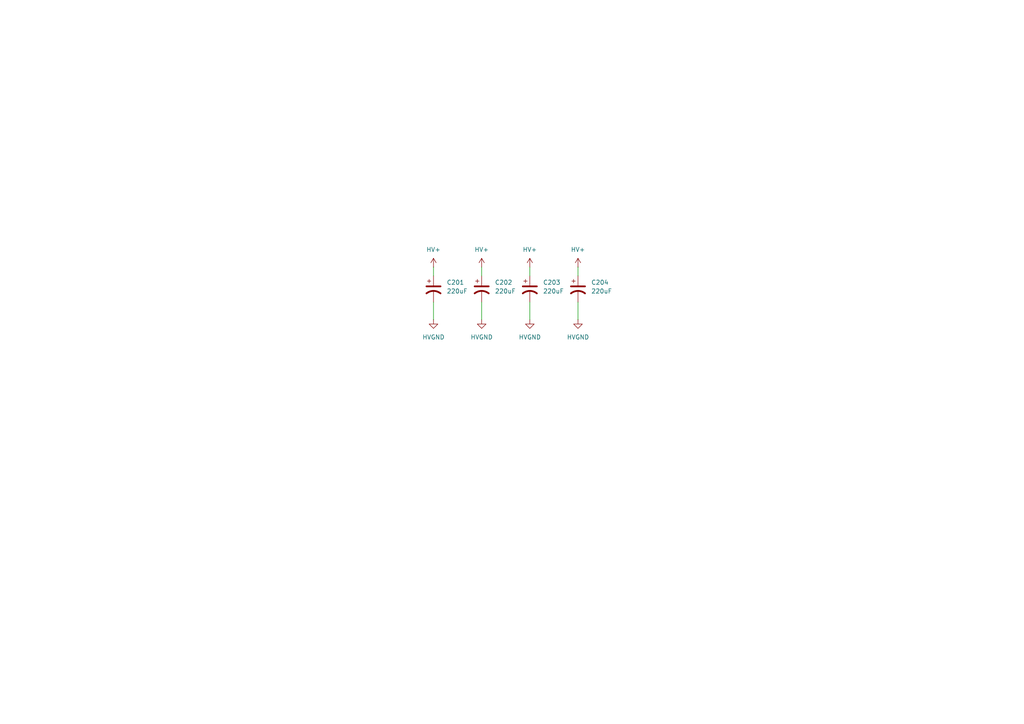
<source format=kicad_sch>
(kicad_sch (version 20250114) (generator "eeschema") (generator_version "9.0")
  (paper "A4")
  (lib_symbols
    (symbol "Device:C_Polarized_US" (pin_numbers (hide yes)) (pin_names (offset 0.254) (hide yes))
      (property "Reference" "C" (at 0.635 2.54 0))
      (property "Value" "C_Polarized_US" (at 0.635 -2.54 0))
      (symbol "C_Polarized_US_0_1"
        (polyline (pts (xy -2.032 0.762) (xy 2.032 0.762)) (stroke (width 0.508)))
        (polyline (pts (xy -1.778 2.286) (xy -0.762 2.286)))
        (polyline (pts (xy -1.27 1.778) (xy -1.27 2.794)))
        (arc (start -2.032 -1.27) (mid 0 -0.5572) (end 2.032 -1.27) (stroke (width 0.508)))
      )
      (symbol "C_Polarized_US_1_1"
        (pin passive line (at 0 3.81 270) (length 2.794) (name "~") (number "1"))
        (pin passive line (at 0 -3.81 90) (length 3.302) (name "~") (number "2"))
      )
    )
    (symbol "power:+24V" (power) (pin_numbers (hide yes)) (pin_names (offset 0) (hide yes))
      (property "Value" "+24V" (at 0 3.556 0))
      (symbol "+24V_0_1"
        (polyline (pts (xy -0.762 1.27) (xy 0 2.54)))
        (polyline (pts (xy 0 2.54) (xy 0.762 1.27)))
        (polyline (pts (xy 0 0) (xy 0 2.54)))
      )
      (symbol "+24V_1_1"
        (pin power_in line (at 0 0 90) (length 0) (name "~") (number "1"))
      )
    )
    (symbol "power:GND" (power) (pin_numbers (hide yes)) (pin_names (offset 0) (hide yes))
      (property "Value" "GND" (at 0 -3.81 0))
      (symbol "GND_0_1"
        (polyline (pts (xy 0 0) (xy 0 -1.27) (xy 1.27 -1.27) (xy 0 -2.54) (xy -1.27 -1.27) (xy 0 -1.27)))
      )
      (symbol "GND_1_1"
        (pin power_in line (at 0 0 270) (length 0) (name "~") (number "1"))
      )
    )
  )
  (wire (pts (xy 139.7 87.63) (xy 139.7 92.71)))
  (wire (pts (xy 125.73 77.47) (xy 125.73 80.01)))
  (wire (pts (xy 153.67 77.47) (xy 153.67 80.01)))
  (wire (pts (xy 167.64 87.63) (xy 167.64 92.71)))
  (wire (pts (xy 153.67 87.63) (xy 153.67 92.71)))
  (wire (pts (xy 125.73 87.63) (xy 125.73 92.71)))
  (wire (pts (xy 139.7 77.47) (xy 139.7 80.01)))
  (wire (pts (xy 167.64 77.47) (xy 167.64 80.01)))
  (symbol (lib_id "power:GND") (at 153.67 92.71 0) (unit 1)
    (property "Reference" "#PWR0241" (effects (hide yes)))
    (property "Value" "HVGND" (at 153.67 97.79 0))
    (property "Description" "Power symbol creates a global label with name \"GND\" , ground" (effects (hide yes)))
  )
  (symbol (lib_id "power:+24V") (at 139.7 77.47 0) (unit 1)
    (property "Reference" "#PWR0236" (effects (hide yes)))
    (property "Value" "HV+" (at 139.7 72.39 0))
    (property "Description" "Power symbol creates a global label with name \"+24V\"" (effects (hide yes)))
  )
  (symbol (lib_id "Device:C_Polarized_US") (at 125.73 83.82 0) (unit 1)
    (property "Reference" "C201" (at 129.54 81.9149 0) (effects (justify left)))
    (property "Value" "220uF" (at 129.54 84.4549 0) (effects (justify left)))
    (property "Footprint" "TractionInverter:CAP_UPZ_12P5X50_NCH" (effects (hide yes)))
    (property "Description" "Polarized capacitor, US symbol" (effects (hide yes)))
  )
  (symbol (lib_id "power:GND") (at 139.7 92.71 0) (unit 1)
    (property "Reference" "#PWR0240" (effects (hide yes)))
    (property "Value" "HVGND" (at 139.7 97.79 0))
    (property "Description" "Power symbol creates a global label with name \"GND\" , ground" (effects (hide yes)))
  )
  (symbol (lib_id "power:+24V") (at 153.67 77.47 0) (unit 1)
    (property "Reference" "#PWR0237" (effects (hide yes)))
    (property "Value" "HV+" (at 153.67 72.39 0))
    (property "Description" "Power symbol creates a global label with name \"+24V\"" (effects (hide yes)))
  )
  (symbol (lib_id "power:GND") (at 167.64 92.71 0) (unit 1)
    (property "Reference" "#PWR0242" (effects (hide yes)))
    (property "Value" "HVGND" (at 167.64 97.79 0))
    (property "Description" "Power symbol creates a global label with name \"GND\" , ground" (effects (hide yes)))
  )
  (symbol (lib_id "Device:C_Polarized_US") (at 139.7 83.82 0) (unit 1)
    (property "Reference" "C202" (at 143.51 81.9149 0) (effects (justify left)))
    (property "Value" "220uF" (at 143.51 84.4549 0) (effects (justify left)))
    (property "Footprint" "TractionInverter:CAP_UPZ_12P5X50_NCH" (effects (hide yes)))
    (property "Description" "Polarized capacitor, US symbol" (effects (hide yes)))
  )
  (symbol (lib_id "power:+24V") (at 167.64 77.47 0) (unit 1)
    (property "Reference" "#PWR0238" (effects (hide yes)))
    (property "Value" "HV+" (at 167.64 72.39 0))
    (property "Description" "Power symbol creates a global label with name \"+24V\"" (effects (hide yes)))
  )
  (symbol (lib_id "Device:C_Polarized_US") (at 167.64 83.82 0) (unit 1)
    (property "Reference" "C204" (at 171.45 81.9149 0) (effects (justify left)))
    (property "Value" "220uF" (at 171.45 84.4549 0) (effects (justify left)))
    (property "Footprint" "TractionInverter:CAP_UPZ_12P5X50_NCH" (effects (hide yes)))
    (property "Description" "Polarized capacitor, US symbol" (effects (hide yes)))
  )
  (symbol (lib_id "power:GND") (at 125.73 92.71 0) (unit 1)
    (property "Reference" "#PWR0239" (effects (hide yes)))
    (property "Value" "HVGND" (at 125.73 97.79 0))
    (property "Description" "Power symbol creates a global label with name \"GND\" , ground" (effects (hide yes)))
  )
  (symbol (lib_id "Device:C_Polarized_US") (at 153.67 83.82 0) (unit 1)
    (property "Reference" "C203" (at 157.48 81.9149 0) (effects (justify left)))
    (property "Value" "220uF" (at 157.48 84.4549 0) (effects (justify left)))
    (property "Footprint" "TractionInverter:CAP_UPZ_12P5X50_NCH" (effects (hide yes)))
    (property "Description" "Polarized capacitor, US symbol" (effects (hide yes)))
  )
  (symbol (lib_id "power:+24V") (at 125.73 77.47 0) (unit 1)
    (property "Reference" "#PWR0235" (effects (hide yes)))
    (property "Value" "HV+" (at 125.73 72.39 0))
    (property "Description" "Power symbol creates a global label with name \"+24V\"" (effects (hide yes)))
  )
)
</source>
